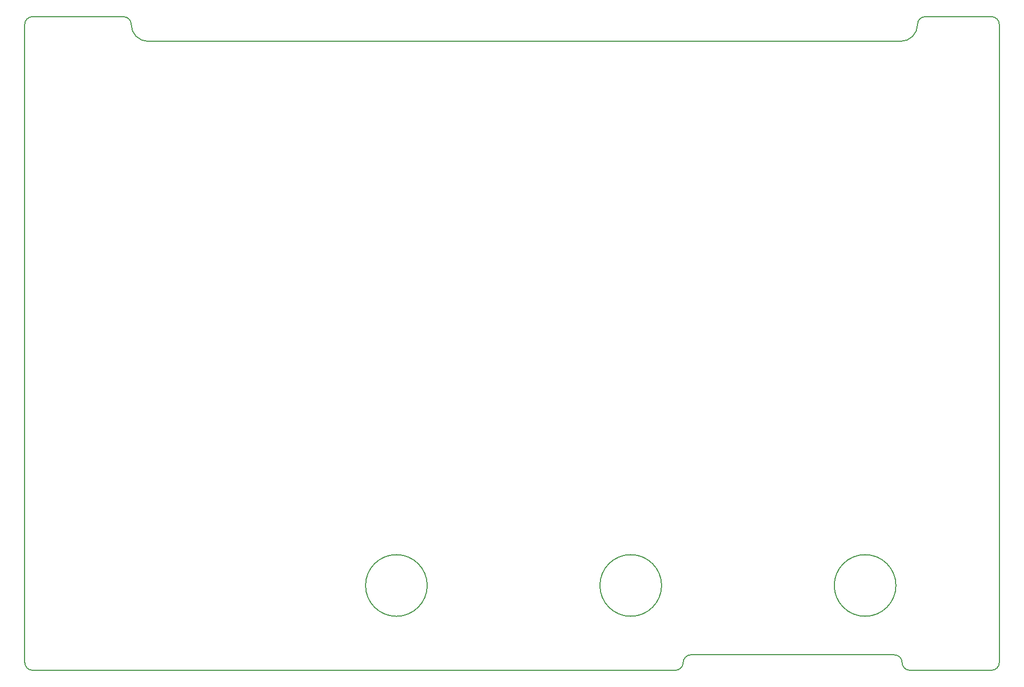
<source format=gbr>
G04 #@! TF.GenerationSoftware,KiCad,Pcbnew,5.0.2-bee76a0~70~ubuntu18.04.1*
G04 #@! TF.CreationDate,2019-06-20T22:09:52+01:00*
G04 #@! TF.ProjectId,leaf_adapter,6c656166-5f61-4646-9170-7465722e6b69,rev?*
G04 #@! TF.SameCoordinates,Original*
G04 #@! TF.FileFunction,Profile,NP*
%FSLAX46Y46*%
G04 Gerber Fmt 4.6, Leading zero omitted, Abs format (unit mm)*
G04 Created by KiCad (PCBNEW 5.0.2-bee76a0~70~ubuntu18.04.1) date Thu 20 Jun 2019 22:09:52 BST*
%MOMM*%
%LPD*%
G01*
G04 APERTURE LIST*
%ADD10C,0.127000*%
%ADD11C,0.150000*%
G04 APERTURE END LIST*
D10*
X200250000Y-142250000D02*
G75*
G02X201500000Y-143500000I0J-1250000D01*
G01*
X202750000Y-144750000D02*
G75*
G02X201500000Y-143500000I0J1250000D01*
G01*
X166000000Y-143500000D02*
G75*
G02X167250000Y-142250000I1250000J0D01*
G01*
X166000000Y-143500000D02*
G75*
G02X164750000Y-144750000I-1250000J0D01*
G01*
X79250000Y-42750000D02*
G75*
G02X76500000Y-40000000I0J2750000D01*
G01*
X75250000Y-38750000D02*
G75*
G02X76500000Y-40000000I0J-1250000D01*
G01*
X204000000Y-40000000D02*
G75*
G02X201250000Y-42750000I-2750000J0D01*
G01*
X204000000Y-40000000D02*
G75*
G02X205250000Y-38750000I1250000J0D01*
G01*
X217250000Y-143500000D02*
G75*
G02X216000000Y-144750000I-1250000J0D01*
G01*
X216000000Y-38750000D02*
G75*
G02X217250000Y-40000000I0J-1250000D01*
G01*
X60500000Y-144750000D02*
G75*
G02X59250000Y-143500000I0J1250000D01*
G01*
X59250000Y-40000000D02*
G75*
G02X60500000Y-38750000I1250000J0D01*
G01*
D11*
X124500000Y-131000000D02*
G75*
G03X124500000Y-131000000I-5000000J0D01*
G01*
X162500000Y-131000000D02*
G75*
G03X162500000Y-131000000I-5000000J0D01*
G01*
X200500000Y-131000000D02*
G75*
G03X200500000Y-131000000I-5000000J0D01*
G01*
D10*
X60500000Y-144750000D02*
X164750000Y-144750000D01*
X167250000Y-142250000D02*
X200250000Y-142250000D01*
X202760000Y-144750000D02*
X216000000Y-144750000D01*
X217250000Y-143500000D02*
X217250000Y-40000000D01*
X216000000Y-38750000D02*
X205249200Y-38750720D01*
X201248700Y-42751220D02*
X79249960Y-42751220D01*
X75249460Y-38750720D02*
X60500000Y-38750000D01*
X59250000Y-40000000D02*
X59250000Y-143500000D01*
M02*

</source>
